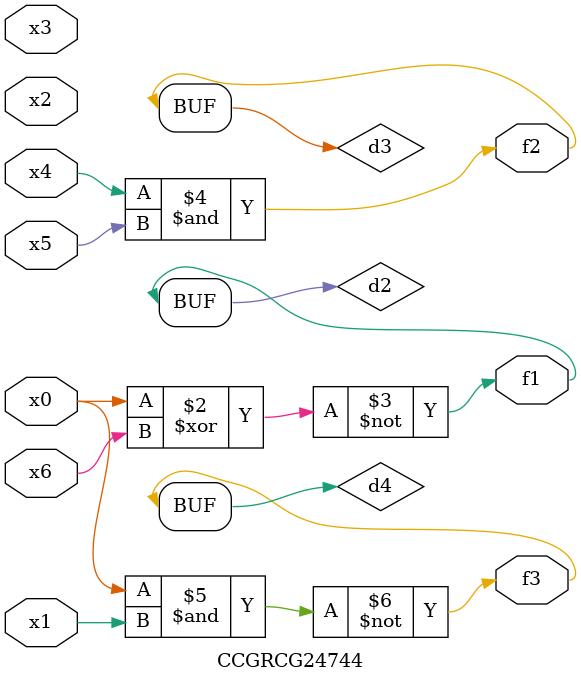
<source format=v>
module CCGRCG24744(
	input x0, x1, x2, x3, x4, x5, x6,
	output f1, f2, f3
);

	wire d1, d2, d3, d4;

	nor (d1, x0);
	xnor (d2, x0, x6);
	and (d3, x4, x5);
	nand (d4, x0, x1);
	assign f1 = d2;
	assign f2 = d3;
	assign f3 = d4;
endmodule

</source>
